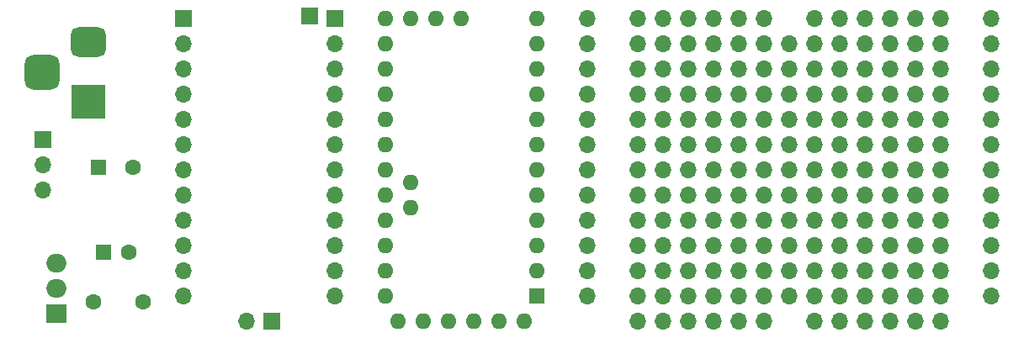
<source format=gbr>
%TF.GenerationSoftware,KiCad,Pcbnew,8.0.7*%
%TF.CreationDate,2025-05-07T21:37:47+01:00*%
%TF.ProjectId,ArduinoProMiniUSBHostProto,41726475-696e-46f5-9072-6f4d696e6955,rev?*%
%TF.SameCoordinates,Original*%
%TF.FileFunction,Soldermask,Top*%
%TF.FilePolarity,Negative*%
%FSLAX46Y46*%
G04 Gerber Fmt 4.6, Leading zero omitted, Abs format (unit mm)*
G04 Created by KiCad (PCBNEW 8.0.7) date 2025-05-07 21:37:47*
%MOMM*%
%LPD*%
G01*
G04 APERTURE LIST*
G04 Aperture macros list*
%AMRoundRect*
0 Rectangle with rounded corners*
0 $1 Rounding radius*
0 $2 $3 $4 $5 $6 $7 $8 $9 X,Y pos of 4 corners*
0 Add a 4 corners polygon primitive as box body*
4,1,4,$2,$3,$4,$5,$6,$7,$8,$9,$2,$3,0*
0 Add four circle primitives for the rounded corners*
1,1,$1+$1,$2,$3*
1,1,$1+$1,$4,$5*
1,1,$1+$1,$6,$7*
1,1,$1+$1,$8,$9*
0 Add four rect primitives between the rounded corners*
20,1,$1+$1,$2,$3,$4,$5,0*
20,1,$1+$1,$4,$5,$6,$7,0*
20,1,$1+$1,$6,$7,$8,$9,0*
20,1,$1+$1,$8,$9,$2,$3,0*%
G04 Aperture macros list end*
%ADD10O,1.700000X1.700000*%
%ADD11R,1.600000X1.600000*%
%ADD12O,1.600000X1.600000*%
%ADD13R,1.700000X1.700000*%
%ADD14R,2.000000X1.905000*%
%ADD15O,2.000000X1.905000*%
%ADD16C,1.600000*%
%ADD17R,3.500000X3.500000*%
%ADD18RoundRect,0.750000X-1.000000X0.750000X-1.000000X-0.750000X1.000000X-0.750000X1.000000X0.750000X0*%
%ADD19RoundRect,0.875000X-0.875000X0.875000X-0.875000X-0.875000X0.875000X-0.875000X0.875000X0.875000X0*%
G04 APERTURE END LIST*
D10*
%TO.C,*%
X121120000Y-77940000D03*
%TD*%
%TO.C,*%
X110960000Y-55080000D03*
%TD*%
%TO.C,*%
X105880000Y-80480000D03*
%TD*%
%TO.C,*%
X108420000Y-60160000D03*
%TD*%
%TO.C,*%
X103340000Y-60160000D03*
%TD*%
%TO.C,*%
X108420000Y-55080000D03*
%TD*%
%TO.C,*%
X118580000Y-72860000D03*
%TD*%
%TO.C,*%
X121120000Y-57620000D03*
%TD*%
%TO.C,*%
X123660000Y-55080000D03*
%TD*%
%TO.C,*%
X116040000Y-60160000D03*
%TD*%
%TO.C,*%
X108420000Y-77940000D03*
%TD*%
%TO.C,*%
X123660000Y-80480000D03*
%TD*%
%TO.C,*%
X118580000Y-67780000D03*
%TD*%
%TO.C,*%
X121120000Y-62700000D03*
%TD*%
%TO.C,*%
X126200000Y-70320000D03*
%TD*%
%TO.C,*%
X121120000Y-72860000D03*
%TD*%
%TO.C,*%
X118580000Y-57620000D03*
%TD*%
%TO.C,*%
X98260000Y-55080000D03*
%TD*%
D11*
%TO.C,U1*%
X88100000Y-80480000D03*
D12*
X88100000Y-77940000D03*
X88100000Y-75400000D03*
X88100000Y-72860000D03*
X88100000Y-70320000D03*
X88100000Y-67780000D03*
X88100000Y-65240000D03*
X88100000Y-62700000D03*
X88100000Y-60160000D03*
X88100000Y-57620000D03*
X88100000Y-55080000D03*
X88100000Y-52540000D03*
X72860000Y-52540000D03*
X72860000Y-55080000D03*
X72860000Y-57620000D03*
X72860000Y-60160000D03*
X72860000Y-62700000D03*
X72860000Y-65240000D03*
X72860000Y-67780000D03*
X72860000Y-70320000D03*
X72860000Y-72860000D03*
X72860000Y-75400000D03*
X72860000Y-77940000D03*
X72860000Y-80480000D03*
X75400000Y-69050000D03*
X75400000Y-71590000D03*
X75400000Y-52540000D03*
X77940000Y-52540000D03*
X80480000Y-52540000D03*
X86830000Y-83020000D03*
X84290000Y-83020000D03*
X81750000Y-83020000D03*
X79210000Y-83020000D03*
X76670000Y-83020000D03*
X74130000Y-83020000D03*
%TD*%
D10*
%TO.C,*%
X116040000Y-70320000D03*
%TD*%
%TO.C,*%
X126200000Y-57620000D03*
%TD*%
%TO.C,*%
X105880000Y-67780000D03*
%TD*%
%TO.C,*%
X128740000Y-57620000D03*
%TD*%
%TO.C,*%
X103340000Y-55080000D03*
%TD*%
%TO.C,*%
X118580000Y-77940000D03*
%TD*%
%TO.C,*%
X110960000Y-57620000D03*
%TD*%
%TO.C,*%
X116040000Y-72860000D03*
%TD*%
%TO.C,*%
X116040000Y-67780000D03*
%TD*%
%TO.C,*%
X100800000Y-67780000D03*
%TD*%
%TO.C,*%
X100800000Y-70320000D03*
%TD*%
%TO.C,J10*%
X98260000Y-83020000D03*
X100800000Y-83020000D03*
X103340000Y-83020000D03*
X105880000Y-83020000D03*
X108420000Y-83020000D03*
X110960000Y-83020000D03*
%TD*%
%TO.C,*%
X98260000Y-60160000D03*
%TD*%
%TO.C,*%
X126200000Y-75400000D03*
%TD*%
%TO.C,*%
X110960000Y-75400000D03*
%TD*%
%TO.C,*%
X98260000Y-67780000D03*
%TD*%
%TO.C,*%
X126200000Y-55080000D03*
%TD*%
%TO.C,*%
X98260000Y-65240000D03*
%TD*%
%TO.C,*%
X100800000Y-57620000D03*
%TD*%
%TO.C,*%
X110960000Y-67780000D03*
%TD*%
%TO.C,*%
X100800000Y-62700000D03*
%TD*%
%TO.C,*%
X116040000Y-80480000D03*
%TD*%
%TO.C,*%
X108420000Y-57620000D03*
%TD*%
%TO.C,*%
X100800000Y-75400000D03*
%TD*%
%TO.C,*%
X126200000Y-77940000D03*
%TD*%
%TO.C,*%
X103340000Y-57620000D03*
%TD*%
%TO.C,*%
X98260000Y-72860000D03*
%TD*%
%TO.C,*%
X128740000Y-77940000D03*
%TD*%
%TO.C,*%
X113500000Y-70320000D03*
%TD*%
%TO.C,*%
X108420000Y-62700000D03*
%TD*%
%TO.C,*%
X123660000Y-67780000D03*
%TD*%
%TO.C,*%
X116040000Y-65240000D03*
%TD*%
%TO.C,*%
X113500000Y-57620000D03*
%TD*%
%TO.C,*%
X121120000Y-60160000D03*
%TD*%
%TO.C,*%
X103340000Y-77940000D03*
%TD*%
%TO.C,*%
X110960000Y-65240000D03*
%TD*%
D13*
%TO.C,J2*%
X67780000Y-52540000D03*
D10*
X67780000Y-55080000D03*
X67780000Y-57620000D03*
X67780000Y-60160000D03*
X67780000Y-62700000D03*
X67780000Y-65240000D03*
X67780000Y-67780000D03*
X67780000Y-70320000D03*
X67780000Y-72860000D03*
X67780000Y-75400000D03*
X67780000Y-77940000D03*
X67780000Y-80480000D03*
%TD*%
%TO.C,*%
X113500000Y-80480000D03*
%TD*%
%TO.C,*%
X123660000Y-60160000D03*
%TD*%
%TO.C,*%
X103340000Y-72860000D03*
%TD*%
%TO.C,*%
X100800000Y-65240000D03*
%TD*%
D14*
%TO.C,U2*%
X39800000Y-82200000D03*
D15*
X39800000Y-79660000D03*
X39800000Y-77120000D03*
%TD*%
D10*
%TO.C,*%
X108420000Y-65240000D03*
%TD*%
%TO.C,*%
X128740000Y-65240000D03*
%TD*%
%TO.C,*%
X123660000Y-75400000D03*
%TD*%
%TO.C,*%
X121120000Y-70320000D03*
%TD*%
%TO.C,*%
X100800000Y-72860000D03*
%TD*%
D13*
%TO.C,J12*%
X61430000Y-83020000D03*
D10*
X58890000Y-83020000D03*
%TD*%
%TO.C,*%
X116040000Y-77940000D03*
%TD*%
%TO.C,*%
X103340000Y-75400000D03*
%TD*%
%TO.C,*%
X123660000Y-57620000D03*
%TD*%
%TO.C,*%
X113500000Y-55080000D03*
%TD*%
%TO.C,*%
X126200000Y-80480000D03*
%TD*%
%TO.C,*%
X105880000Y-77940000D03*
%TD*%
%TO.C,*%
X126200000Y-62700000D03*
%TD*%
D16*
%TO.C,C3*%
X43500000Y-81000000D03*
X48500000Y-81000000D03*
%TD*%
D13*
%TO.C,J3*%
X65240000Y-52280000D03*
%TD*%
D10*
%TO.C,*%
X108420000Y-72860000D03*
%TD*%
%TO.C,*%
X113500000Y-75400000D03*
%TD*%
%TO.C,*%
X103340000Y-65240000D03*
%TD*%
D17*
%TO.C,J8*%
X42990000Y-60920000D03*
D18*
X42990000Y-54920000D03*
D19*
X38290000Y-57920000D03*
%TD*%
D10*
%TO.C,*%
X110960000Y-77940000D03*
%TD*%
%TO.C,J5*%
X93180000Y-80480000D03*
X93180000Y-77940000D03*
X93180000Y-75400000D03*
X93180000Y-72860000D03*
X93180000Y-70320000D03*
X93180000Y-67780000D03*
X93180000Y-65240000D03*
X93180000Y-62700000D03*
X93180000Y-60160000D03*
X93180000Y-57620000D03*
X93180000Y-55080000D03*
X93180000Y-52540000D03*
%TD*%
%TO.C,*%
X110960000Y-62700000D03*
%TD*%
%TO.C,*%
X98260000Y-80480000D03*
%TD*%
%TO.C,*%
X128740000Y-72860000D03*
%TD*%
%TO.C,*%
X108420000Y-70320000D03*
%TD*%
D13*
%TO.C,SW1*%
X38390000Y-64690000D03*
D10*
X38390000Y-67230000D03*
X38390000Y-69770000D03*
%TD*%
D13*
%TO.C,J1*%
X52540000Y-52540000D03*
D10*
X52540000Y-55080000D03*
X52540000Y-57620000D03*
X52540000Y-60160000D03*
X52540000Y-62700000D03*
X52540000Y-65240000D03*
X52540000Y-67780000D03*
X52540000Y-70320000D03*
X52540000Y-72860000D03*
X52540000Y-75400000D03*
X52540000Y-77940000D03*
X52540000Y-80480000D03*
%TD*%
%TO.C,*%
X128740000Y-70320000D03*
%TD*%
%TO.C,*%
X123660000Y-62700000D03*
%TD*%
%TO.C,*%
X128740000Y-62700000D03*
%TD*%
%TO.C,*%
X103340000Y-80480000D03*
%TD*%
%TO.C,*%
X100800000Y-60160000D03*
%TD*%
D11*
%TO.C,C1*%
X44000000Y-67500000D03*
D16*
X47500000Y-67500000D03*
%TD*%
D10*
%TO.C,*%
X118580000Y-75400000D03*
%TD*%
%TO.C,*%
X123660000Y-70320000D03*
%TD*%
%TO.C,*%
X110960000Y-80480000D03*
%TD*%
%TO.C,*%
X105880000Y-72860000D03*
%TD*%
%TO.C,*%
X113500000Y-60160000D03*
%TD*%
%TO.C,*%
X116040000Y-57620000D03*
%TD*%
%TO.C,*%
X108420000Y-75400000D03*
%TD*%
%TO.C,J6*%
X98260000Y-52540000D03*
X100800000Y-52540000D03*
X103340000Y-52540000D03*
X105880000Y-52540000D03*
X108420000Y-52540000D03*
X110960000Y-52540000D03*
%TD*%
%TO.C,*%
X118580000Y-55080000D03*
%TD*%
%TO.C,*%
X105880000Y-62700000D03*
%TD*%
%TO.C,*%
X126200000Y-60160000D03*
%TD*%
%TO.C,*%
X98260000Y-75400000D03*
%TD*%
%TO.C,*%
X98260000Y-70320000D03*
%TD*%
%TO.C,*%
X98260000Y-77940000D03*
%TD*%
%TO.C,*%
X118580000Y-62700000D03*
%TD*%
%TO.C,*%
X126200000Y-72860000D03*
%TD*%
%TO.C,*%
X105880000Y-75400000D03*
%TD*%
%TO.C,*%
X105880000Y-65240000D03*
%TD*%
%TO.C,*%
X123660000Y-72860000D03*
%TD*%
%TO.C,*%
X128740000Y-55080000D03*
%TD*%
%TO.C,*%
X128740000Y-67780000D03*
%TD*%
%TO.C,*%
X123660000Y-77940000D03*
%TD*%
D11*
%TO.C,C2*%
X44500000Y-76020000D03*
D16*
X47000000Y-76020000D03*
%TD*%
D10*
%TO.C,*%
X121120000Y-80480000D03*
%TD*%
%TO.C,*%
X128740000Y-80480000D03*
%TD*%
%TO.C,*%
X108420000Y-80480000D03*
%TD*%
%TO.C,*%
X110960000Y-60160000D03*
%TD*%
%TO.C,*%
X105880000Y-57620000D03*
%TD*%
%TO.C,*%
X121120000Y-67780000D03*
%TD*%
%TO.C,*%
X118580000Y-80480000D03*
%TD*%
%TO.C,*%
X100800000Y-80480000D03*
%TD*%
%TO.C,*%
X123660000Y-65240000D03*
%TD*%
%TO.C,J11*%
X116040000Y-83020000D03*
X118580000Y-83020000D03*
X121120000Y-83020000D03*
X123660000Y-83020000D03*
X126200000Y-83020000D03*
X128740000Y-83020000D03*
%TD*%
%TO.C,*%
X98260000Y-57620000D03*
%TD*%
%TO.C,*%
X113500000Y-67780000D03*
%TD*%
%TO.C,*%
X100800000Y-77940000D03*
%TD*%
%TO.C,*%
X108420000Y-67780000D03*
%TD*%
%TO.C,*%
X103340000Y-70320000D03*
%TD*%
%TO.C,*%
X110960000Y-70320000D03*
%TD*%
%TO.C,*%
X116040000Y-62700000D03*
%TD*%
%TO.C,*%
X116040000Y-75400000D03*
%TD*%
%TO.C,J4*%
X133820000Y-80480000D03*
X133820000Y-77940000D03*
X133820000Y-75400000D03*
X133820000Y-72860000D03*
X133820000Y-70320000D03*
X133820000Y-67780000D03*
X133820000Y-65240000D03*
X133820000Y-62700000D03*
X133820000Y-60160000D03*
X133820000Y-57620000D03*
X133820000Y-55080000D03*
X133820000Y-52540000D03*
%TD*%
%TO.C,*%
X103340000Y-67780000D03*
%TD*%
%TO.C,*%
X121120000Y-55080000D03*
%TD*%
%TO.C,*%
X105880000Y-55080000D03*
%TD*%
%TO.C,*%
X100800000Y-55080000D03*
%TD*%
%TO.C,J7*%
X116040000Y-52540000D03*
X118580000Y-52540000D03*
X121120000Y-52540000D03*
X123660000Y-52540000D03*
X126200000Y-52540000D03*
X128740000Y-52540000D03*
%TD*%
%TO.C,*%
X113500000Y-77940000D03*
%TD*%
%TO.C,*%
X113500000Y-72860000D03*
%TD*%
%TO.C,*%
X103340000Y-62700000D03*
%TD*%
%TO.C,*%
X128740000Y-60160000D03*
%TD*%
%TO.C,*%
X126200000Y-67780000D03*
%TD*%
%TO.C,*%
X116040000Y-55080000D03*
%TD*%
%TO.C,*%
X98260000Y-62700000D03*
%TD*%
%TO.C,*%
X105880000Y-60160000D03*
%TD*%
%TO.C,*%
X118580000Y-70320000D03*
%TD*%
%TO.C,*%
X121120000Y-75400000D03*
%TD*%
%TO.C,*%
X121120000Y-65240000D03*
%TD*%
%TO.C,*%
X105880000Y-70320000D03*
%TD*%
%TO.C,*%
X128740000Y-75400000D03*
%TD*%
%TO.C,*%
X110960000Y-72860000D03*
%TD*%
%TO.C,*%
X118580000Y-60160000D03*
%TD*%
%TO.C,*%
X118580000Y-65240000D03*
%TD*%
%TO.C,*%
X126200000Y-65240000D03*
%TD*%
%TO.C,*%
X113500000Y-62700000D03*
%TD*%
%TO.C,*%
X113500000Y-65240000D03*
%TD*%
M02*

</source>
